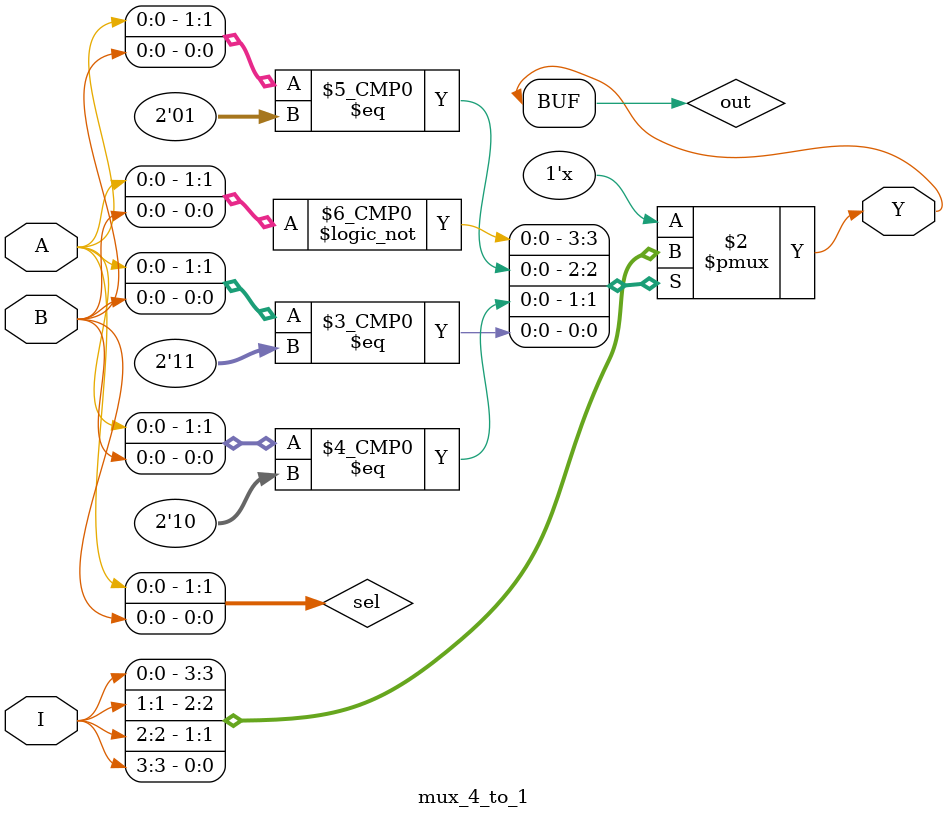
<source format=v>
`timescale 1ns / 1ps
module mux_4_to_1(
    input [3:0] I,
    input A,
    input B,
    output Y
    );

	 wire [1:0] sel;
	 reg out;
	 assign sel = {A, B};
	 assign Y = out;

     always @(I or sel) begin
         case (sel)
            2'b00: out = I[0];
            2'b01: out = I[1];
            2'b10: out = I[2];
            2'b11: out = I[3];
         endcase
     end


endmodule

</source>
